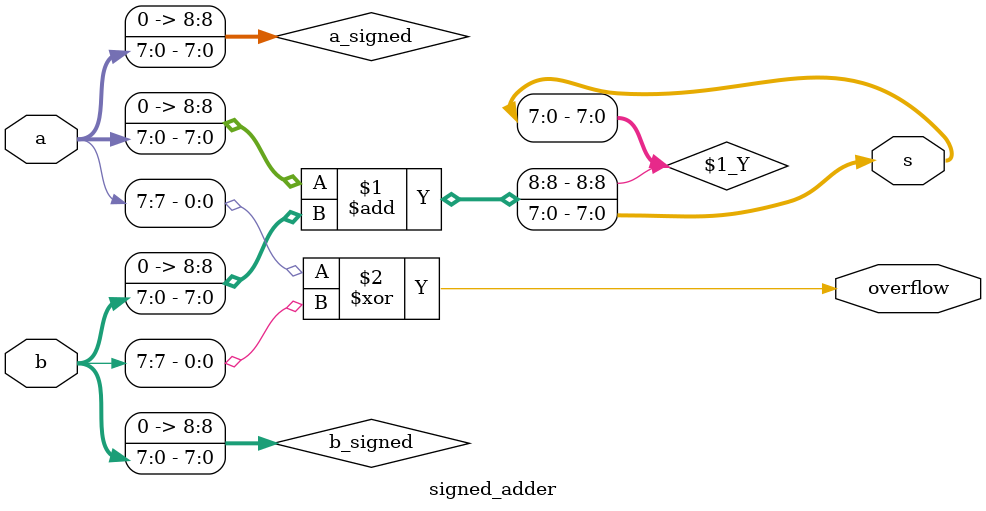
<source format=v>

module signed_adder(input [7:0] a,
    input [7:0] b,
    output [7:0] s,
    output overflow
); 

// The numbers a and b are added to the output s. 
// assign the occurence of the signed overflow of a and b to the output overflow.
// a signed overflow occurs if the most significant bits of a and b are low and the most significant bit of s is high
// a signed overflow may also occur if the most significant bits of a and b are high and the most significant bit of s is low


wire signed [8:0] a_signed, b_signed; // the two 8-bit numbers that are added, high and low

assign a_signed = {a[7], a[6:0]}; // a is the signed number, high 8 bits
assign b_signed = {b[7], b[6:0]}; // b is the signed number, high 8 bits

assign s = {a[7], a_signed + b_signed}; // s is the signed sum, low 8 bits

assign overflow = {a[7]^b[7], a_signed[7]^b_signed[7]}; // the final occurence of a or b was recorded in the overflow variable

endmodule

</source>
